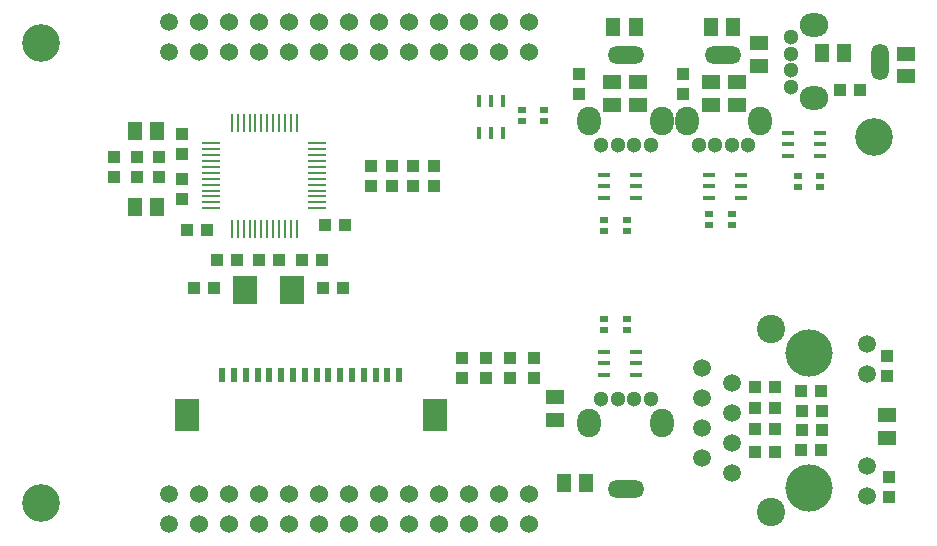
<source format=gbp>
G04 (created by PCBNEW (2013-07-07 BZR 4022)-stable) date 2014/5/16 16:00:16*
%MOIN*%
G04 Gerber Fmt 3.4, Leading zero omitted, Abs format*
%FSLAX34Y34*%
G01*
G70*
G90*
G04 APERTURE LIST*
%ADD10C,0.00590551*%
%ADD11R,0.00984252X0.0649606*%
%ADD12R,0.0649606X0.00984252*%
%ADD13R,0.0511X0.059*%
%ADD14R,0.059X0.0511*%
%ADD15R,0.0393X0.0433*%
%ADD16C,0.06*%
%ADD17C,0.0593*%
%ADD18C,0.0511811*%
%ADD19O,0.0944882X0.0787402*%
%ADD20O,0.0590551X0.122047*%
%ADD21O,0.0787402X0.0944882*%
%ADD22O,0.122047X0.0590551*%
%ADD23R,0.023622X0.0511811*%
%ADD24R,0.0787402X0.106299*%
%ADD25R,0.0433X0.0393*%
%ADD26R,0.0787402X0.0944882*%
%ADD27C,0.0944*%
%ADD28C,0.15748*%
%ADD29C,0.126*%
%ADD30R,0.0393701X0.015748*%
%ADD31R,0.015748X0.0393701*%
%ADD32R,0.0255906X0.019685*%
G04 APERTURE END LIST*
G54D10*
G54D11*
X73282Y-27071D03*
X73085Y-27071D03*
X72888Y-27071D03*
X72692Y-27071D03*
X72495Y-27071D03*
X72298Y-27071D03*
X72101Y-27071D03*
X71904Y-27071D03*
X71707Y-27071D03*
X71511Y-27071D03*
X71314Y-27071D03*
X71117Y-27071D03*
G54D12*
X70428Y-26382D03*
X70428Y-26185D03*
X70428Y-25988D03*
X70428Y-25792D03*
X70428Y-25595D03*
X70428Y-25398D03*
X70428Y-25201D03*
X70428Y-25004D03*
X70428Y-24807D03*
X70428Y-24611D03*
X70428Y-24414D03*
X70428Y-24217D03*
G54D11*
X71117Y-23528D03*
X71314Y-23528D03*
X71511Y-23528D03*
X71707Y-23528D03*
X71904Y-23528D03*
X72101Y-23528D03*
X72298Y-23528D03*
X72495Y-23528D03*
X72692Y-23528D03*
X72888Y-23528D03*
X73085Y-23528D03*
X73282Y-23528D03*
G54D12*
X73971Y-24217D03*
X73971Y-24414D03*
X73971Y-24611D03*
X73971Y-24807D03*
X73971Y-25004D03*
X73971Y-25201D03*
X73971Y-25398D03*
X73971Y-25595D03*
X73971Y-25792D03*
X73971Y-25988D03*
X73971Y-26185D03*
X73971Y-26382D03*
G54D13*
X67876Y-26350D03*
X68624Y-26350D03*
G54D14*
X87100Y-22176D03*
X87100Y-22924D03*
X84650Y-22176D03*
X84650Y-22924D03*
X87950Y-22176D03*
X87950Y-22924D03*
X83800Y-22176D03*
X83800Y-22924D03*
X81900Y-33424D03*
X81900Y-32676D03*
G54D13*
X91524Y-21200D03*
X90776Y-21200D03*
X68624Y-23800D03*
X67876Y-23800D03*
G54D14*
X88700Y-20876D03*
X88700Y-21624D03*
X93600Y-21226D03*
X93600Y-21974D03*
G54D13*
X82924Y-35550D03*
X82176Y-35550D03*
X87076Y-20350D03*
X87824Y-20350D03*
G54D15*
X88541Y-32325D03*
X89209Y-32325D03*
G54D16*
X81023Y-35905D03*
X81023Y-36905D03*
X80023Y-35905D03*
X80023Y-36905D03*
X79023Y-35905D03*
X79023Y-36905D03*
X78023Y-35905D03*
X78023Y-36905D03*
X77023Y-35905D03*
X77023Y-36905D03*
X76023Y-35905D03*
X76023Y-36905D03*
X75023Y-35905D03*
X75023Y-36905D03*
X74023Y-35905D03*
X74023Y-36905D03*
X73023Y-35905D03*
X73023Y-36905D03*
X72023Y-35905D03*
X72023Y-36905D03*
X71023Y-35905D03*
X71023Y-36905D03*
X70023Y-35905D03*
X70023Y-36905D03*
G54D17*
X69023Y-35905D03*
X69023Y-36905D03*
G54D16*
X81023Y-20157D03*
X81023Y-21157D03*
X80023Y-20157D03*
X80023Y-21157D03*
X79023Y-20157D03*
X79023Y-21157D03*
X78023Y-20157D03*
X78023Y-21157D03*
X77023Y-20157D03*
X77023Y-21157D03*
X76023Y-20157D03*
X76023Y-21157D03*
X75023Y-20157D03*
X75023Y-21157D03*
X74023Y-20157D03*
X74023Y-21157D03*
X73023Y-20157D03*
X73023Y-21157D03*
X72023Y-20157D03*
X72023Y-21157D03*
X71023Y-20157D03*
X71023Y-21157D03*
X70023Y-20157D03*
X70023Y-21157D03*
G54D17*
X69023Y-20157D03*
X69023Y-21157D03*
G54D18*
X89742Y-21224D03*
X89742Y-20673D03*
X89742Y-21775D03*
X89742Y-22326D03*
G54D19*
X90529Y-20287D03*
X90529Y-22712D03*
G54D20*
X92734Y-21500D03*
G54D18*
X84525Y-32742D03*
X85076Y-32742D03*
X83974Y-32742D03*
X83423Y-32742D03*
G54D21*
X85462Y-33529D03*
X83037Y-33529D03*
G54D22*
X84250Y-35734D03*
G54D23*
X70794Y-31950D03*
G54D24*
X69612Y-33288D03*
X77880Y-33288D03*
G54D23*
X71187Y-31950D03*
X71581Y-31950D03*
X71975Y-31950D03*
X72368Y-31950D03*
X72762Y-31950D03*
X73156Y-31950D03*
X73550Y-31950D03*
X73943Y-31950D03*
X74337Y-31950D03*
X74731Y-31950D03*
X75124Y-31950D03*
X75518Y-31950D03*
X75912Y-31950D03*
X76305Y-31950D03*
X76699Y-31950D03*
G54D25*
X69450Y-25416D03*
X69450Y-26084D03*
X77150Y-24966D03*
X77150Y-25634D03*
X77850Y-24966D03*
X77850Y-25634D03*
X76450Y-24966D03*
X76450Y-25634D03*
X80400Y-31366D03*
X80400Y-32034D03*
X78800Y-31366D03*
X78800Y-32034D03*
X81200Y-31366D03*
X81200Y-32034D03*
X75750Y-24966D03*
X75750Y-25634D03*
X93025Y-36009D03*
X93025Y-35341D03*
G54D15*
X71284Y-28100D03*
X70616Y-28100D03*
G54D25*
X79600Y-31366D03*
X79600Y-32034D03*
G54D26*
X71562Y-29100D03*
X73137Y-29100D03*
G54D25*
X88541Y-33025D03*
X89209Y-33025D03*
G54D15*
X69450Y-23916D03*
X69450Y-24584D03*
G54D25*
X70284Y-27100D03*
X69616Y-27100D03*
X70534Y-29050D03*
X69866Y-29050D03*
X74166Y-29050D03*
X74834Y-29050D03*
G54D15*
X67200Y-24666D03*
X67200Y-25334D03*
X67950Y-24666D03*
X67950Y-25334D03*
X68700Y-24666D03*
X68700Y-25334D03*
G54D25*
X73466Y-28100D03*
X74134Y-28100D03*
X74216Y-26950D03*
X74884Y-26950D03*
X72016Y-28100D03*
X72684Y-28100D03*
X91398Y-22440D03*
X92066Y-22440D03*
G54D15*
X82700Y-21916D03*
X82700Y-22584D03*
X86150Y-21916D03*
X86150Y-22584D03*
X88541Y-34500D03*
X89209Y-34500D03*
X90091Y-34450D03*
X90759Y-34450D03*
X88541Y-33750D03*
X89209Y-33750D03*
X90091Y-32475D03*
X90759Y-32475D03*
G54D25*
X90116Y-33775D03*
X90784Y-33775D03*
X90116Y-33125D03*
X90784Y-33125D03*
G54D14*
X92950Y-33276D03*
X92950Y-34024D03*
G54D17*
X92274Y-34985D03*
X92274Y-35985D03*
X92274Y-31915D03*
X92274Y-30915D03*
X86781Y-33700D03*
X87781Y-33200D03*
X87781Y-32200D03*
X86781Y-31700D03*
X86781Y-32700D03*
G54D27*
X89094Y-30399D03*
X89094Y-36501D03*
G54D17*
X87781Y-35200D03*
X86781Y-34700D03*
X87781Y-34200D03*
G54D28*
X90350Y-35700D03*
X90350Y-31200D03*
G54D29*
X64763Y-36220D03*
X64763Y-20866D03*
X92519Y-24015D03*
G54D30*
X87016Y-25650D03*
X87016Y-25256D03*
X88079Y-25256D03*
X88079Y-25650D03*
X88079Y-26043D03*
X87016Y-26043D03*
X84583Y-31550D03*
X84583Y-31943D03*
X83520Y-31943D03*
X83520Y-31550D03*
X83520Y-31156D03*
X84583Y-31156D03*
X83516Y-25650D03*
X83516Y-25256D03*
X84579Y-25256D03*
X84579Y-25650D03*
X84579Y-26043D03*
X83516Y-26043D03*
G54D31*
X79750Y-22816D03*
X80143Y-22816D03*
X80143Y-23879D03*
X79750Y-23879D03*
X79356Y-23879D03*
X79356Y-22816D03*
G54D30*
X89666Y-24250D03*
X89666Y-23856D03*
X90729Y-23856D03*
X90729Y-24250D03*
X90729Y-24643D03*
X89666Y-24643D03*
G54D25*
X92950Y-31984D03*
X92950Y-31316D03*
G54D13*
X83826Y-20350D03*
X84574Y-20350D03*
G54D18*
X87224Y-24257D03*
X86673Y-24257D03*
X87775Y-24257D03*
X88326Y-24257D03*
G54D21*
X86287Y-23470D03*
X88712Y-23470D03*
G54D22*
X87500Y-21265D03*
G54D18*
X83974Y-24257D03*
X83423Y-24257D03*
X84525Y-24257D03*
X85076Y-24257D03*
G54D21*
X83037Y-23470D03*
X85462Y-23470D03*
G54D22*
X84250Y-21265D03*
G54D32*
X81524Y-23477D03*
X81524Y-23122D03*
X80775Y-23122D03*
X80775Y-23477D03*
X87025Y-26572D03*
X87025Y-26927D03*
X87774Y-26927D03*
X87774Y-26572D03*
X83525Y-26772D03*
X83525Y-27127D03*
X84274Y-27127D03*
X84274Y-26772D03*
X83525Y-30072D03*
X83525Y-30427D03*
X84274Y-30427D03*
X84274Y-30072D03*
X90724Y-25677D03*
X90724Y-25322D03*
X89975Y-25322D03*
X89975Y-25677D03*
M02*

</source>
